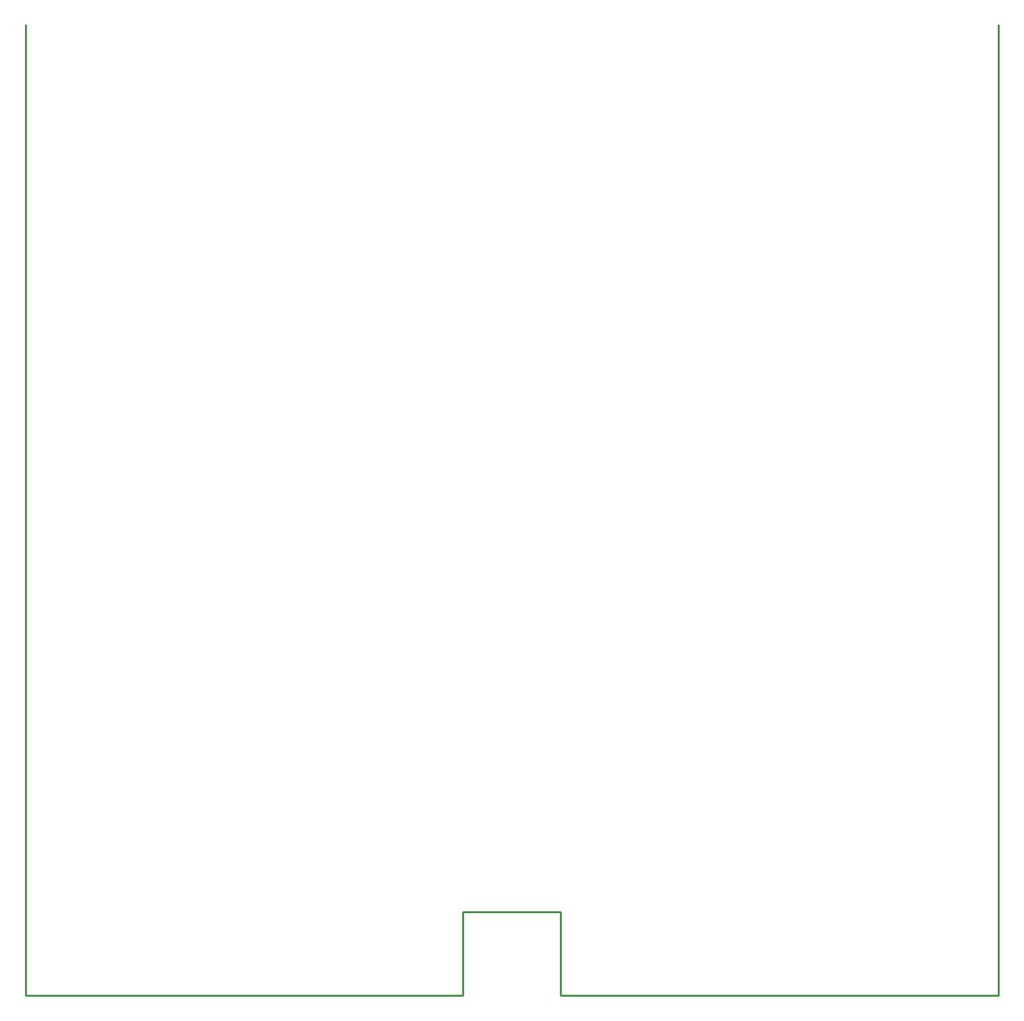
<source format=gbr>
%TF.GenerationSoftware,Altium Limited,Altium Designer,19.1.9 (167)*%
G04 Layer_Color=8388736*
%FSLAX26Y26*%
%MOIN*%
%TF.FileFunction,Other,Border*%
%TF.Part,Single*%
G01*
G75*
%TA.AperFunction,NonConductor*%
%ADD112C,0.010000*%
D112*
X2649606Y0D02*
X4814961D01*
X2647638Y1968D02*
X2649606Y0D01*
X2647638Y1968D02*
Y415354D01*
X2163386D02*
X2647638D01*
X2163386Y0D02*
Y415354D01*
X0Y0D02*
X2163386D01*
X4814961D02*
Y4804724D01*
X0Y0D02*
Y4804724D01*
%TF.MD5,efb21e9f6e5dabdf30a1b0b2df8d6309*%
M02*

</source>
